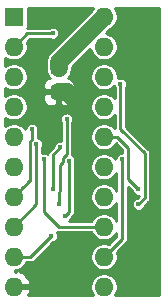
<source format=gbr>
G04 #@! TF.GenerationSoftware,KiCad,Pcbnew,(5.1.5)-3*
G04 #@! TF.CreationDate,2020-06-23T06:11:58-04:00*
G04 #@! TF.ProjectId,dip20soic573-373,64697032-3073-46f6-9963-3537332d3337,rev?*
G04 #@! TF.SameCoordinates,Original*
G04 #@! TF.FileFunction,Copper,L2,Bot*
G04 #@! TF.FilePolarity,Positive*
%FSLAX46Y46*%
G04 Gerber Fmt 4.6, Leading zero omitted, Abs format (unit mm)*
G04 Created by KiCad (PCBNEW (5.1.5)-3) date 2020-06-23 06:11:58*
%MOMM*%
%LPD*%
G04 APERTURE LIST*
%ADD10C,0.100000*%
%ADD11R,1.600000X1.600000*%
%ADD12O,1.600000X1.600000*%
%ADD13C,0.400000*%
%ADD14C,0.800000*%
%ADD15C,0.250000*%
%ADD16C,1.500000*%
%ADD17C,0.239000*%
G04 APERTURE END LIST*
G04 #@! TA.AperFunction,SMDPad,CuDef*
D10*
G36*
X110964505Y-74855204D02*
G01*
X110988773Y-74858804D01*
X111012572Y-74864765D01*
X111035671Y-74873030D01*
X111057850Y-74883520D01*
X111078893Y-74896132D01*
X111098599Y-74910747D01*
X111116777Y-74927223D01*
X111133253Y-74945401D01*
X111147868Y-74965107D01*
X111160480Y-74986150D01*
X111170970Y-75008329D01*
X111179235Y-75031428D01*
X111185196Y-75055227D01*
X111188796Y-75079495D01*
X111190000Y-75103999D01*
X111190000Y-75754001D01*
X111188796Y-75778505D01*
X111185196Y-75802773D01*
X111179235Y-75826572D01*
X111170970Y-75849671D01*
X111160480Y-75871850D01*
X111147868Y-75892893D01*
X111133253Y-75912599D01*
X111116777Y-75930777D01*
X111098599Y-75947253D01*
X111078893Y-75961868D01*
X111057850Y-75974480D01*
X111035671Y-75984970D01*
X111012572Y-75993235D01*
X110988773Y-75999196D01*
X110964505Y-76002796D01*
X110940001Y-76004000D01*
X110039999Y-76004000D01*
X110015495Y-76002796D01*
X109991227Y-75999196D01*
X109967428Y-75993235D01*
X109944329Y-75984970D01*
X109922150Y-75974480D01*
X109901107Y-75961868D01*
X109881401Y-75947253D01*
X109863223Y-75930777D01*
X109846747Y-75912599D01*
X109832132Y-75892893D01*
X109819520Y-75871850D01*
X109809030Y-75849671D01*
X109800765Y-75826572D01*
X109794804Y-75802773D01*
X109791204Y-75778505D01*
X109790000Y-75754001D01*
X109790000Y-75103999D01*
X109791204Y-75079495D01*
X109794804Y-75055227D01*
X109800765Y-75031428D01*
X109809030Y-75008329D01*
X109819520Y-74986150D01*
X109832132Y-74965107D01*
X109846747Y-74945401D01*
X109863223Y-74927223D01*
X109881401Y-74910747D01*
X109901107Y-74896132D01*
X109922150Y-74883520D01*
X109944329Y-74873030D01*
X109967428Y-74864765D01*
X109991227Y-74858804D01*
X110015495Y-74855204D01*
X110039999Y-74854000D01*
X110940001Y-74854000D01*
X110964505Y-74855204D01*
G37*
G04 #@! TD.AperFunction*
G04 #@! TA.AperFunction,SMDPad,CuDef*
G36*
X110964505Y-76905204D02*
G01*
X110988773Y-76908804D01*
X111012572Y-76914765D01*
X111035671Y-76923030D01*
X111057850Y-76933520D01*
X111078893Y-76946132D01*
X111098599Y-76960747D01*
X111116777Y-76977223D01*
X111133253Y-76995401D01*
X111147868Y-77015107D01*
X111160480Y-77036150D01*
X111170970Y-77058329D01*
X111179235Y-77081428D01*
X111185196Y-77105227D01*
X111188796Y-77129495D01*
X111190000Y-77153999D01*
X111190000Y-77804001D01*
X111188796Y-77828505D01*
X111185196Y-77852773D01*
X111179235Y-77876572D01*
X111170970Y-77899671D01*
X111160480Y-77921850D01*
X111147868Y-77942893D01*
X111133253Y-77962599D01*
X111116777Y-77980777D01*
X111098599Y-77997253D01*
X111078893Y-78011868D01*
X111057850Y-78024480D01*
X111035671Y-78034970D01*
X111012572Y-78043235D01*
X110988773Y-78049196D01*
X110964505Y-78052796D01*
X110940001Y-78054000D01*
X110039999Y-78054000D01*
X110015495Y-78052796D01*
X109991227Y-78049196D01*
X109967428Y-78043235D01*
X109944329Y-78034970D01*
X109922150Y-78024480D01*
X109901107Y-78011868D01*
X109881401Y-77997253D01*
X109863223Y-77980777D01*
X109846747Y-77962599D01*
X109832132Y-77942893D01*
X109819520Y-77921850D01*
X109809030Y-77899671D01*
X109800765Y-77876572D01*
X109794804Y-77852773D01*
X109791204Y-77828505D01*
X109790000Y-77804001D01*
X109790000Y-77153999D01*
X109791204Y-77129495D01*
X109794804Y-77105227D01*
X109800765Y-77081428D01*
X109809030Y-77058329D01*
X109819520Y-77036150D01*
X109832132Y-77015107D01*
X109846747Y-76995401D01*
X109863223Y-76977223D01*
X109881401Y-76960747D01*
X109901107Y-76946132D01*
X109922150Y-76933520D01*
X109944329Y-76923030D01*
X109967428Y-76914765D01*
X109991227Y-76908804D01*
X110015495Y-76905204D01*
X110039999Y-76904000D01*
X110940001Y-76904000D01*
X110964505Y-76905204D01*
G37*
G04 #@! TD.AperFunction*
D11*
X106680000Y-71120000D03*
D12*
X114300000Y-93980000D03*
X106680000Y-73660000D03*
X114300000Y-91440000D03*
X106680000Y-76200000D03*
X114300000Y-88900000D03*
X106680000Y-78740000D03*
X114300000Y-86360000D03*
X106680000Y-81280000D03*
X114300000Y-83820000D03*
X106680000Y-83820000D03*
X114300000Y-81280000D03*
X106680000Y-86360000D03*
X114300000Y-78740000D03*
X106680000Y-88900000D03*
X114300000Y-76200000D03*
X106680000Y-91440000D03*
X114300000Y-73660000D03*
X106680000Y-93980000D03*
X114300000Y-71120000D03*
D13*
X109982000Y-72517000D03*
X111379000Y-83312000D03*
X110998000Y-88011000D03*
X109855000Y-89662000D03*
X115824000Y-83185000D03*
X109220000Y-83185000D03*
X108204000Y-80645000D03*
D14*
X112549999Y-86233000D03*
X112549999Y-87200001D03*
X117983000Y-71501000D03*
X110490000Y-71374000D03*
X118364000Y-94107000D03*
X107950000Y-74930000D03*
D13*
X117221000Y-85725000D03*
X109982000Y-85725000D03*
X110617000Y-82169000D03*
X108585000Y-81915000D03*
X110490000Y-86995000D03*
X111142001Y-79773001D03*
X117221000Y-86995000D03*
X115697000Y-76835000D03*
D15*
X107823000Y-72517000D02*
X106680000Y-73660000D01*
X109982000Y-72517000D02*
X107823000Y-72517000D01*
X111379000Y-83312000D02*
X111379000Y-87630000D01*
X111379000Y-87630000D02*
X110998000Y-88011000D01*
X110998000Y-88011000D02*
X110998000Y-88011000D01*
X108077000Y-91440000D02*
X106680000Y-91440000D01*
X109855000Y-89662000D02*
X108077000Y-91440000D01*
X115824000Y-89916000D02*
X114300000Y-91440000D01*
X115824000Y-83185000D02*
X115824000Y-89916000D01*
X110490000Y-88900000D02*
X114300000Y-88900000D01*
X109220000Y-83185000D02*
X109220000Y-87630000D01*
X109220000Y-87630000D02*
X110490000Y-88900000D01*
D16*
X110490000Y-74930000D02*
X114300000Y-71120000D01*
X110490000Y-75429000D02*
X110490000Y-74930000D01*
D15*
X108004001Y-85035999D02*
X107479999Y-85560001D01*
X107479999Y-85560001D02*
X106680000Y-86360000D01*
X108059999Y-81662999D02*
X108059999Y-84980001D01*
X108204000Y-80645000D02*
X108204000Y-81518998D01*
X108059999Y-84980001D02*
X106680000Y-86360000D01*
X108204000Y-81518998D02*
X108059999Y-81662999D01*
D16*
X111190000Y-77479000D02*
X110490000Y-77479000D01*
X112549999Y-78838999D02*
X111190000Y-77479000D01*
X112549999Y-87200001D02*
X112549999Y-78838999D01*
D15*
X116349001Y-82197631D02*
X116349001Y-84853001D01*
X114300000Y-81280000D02*
X115431370Y-81280000D01*
X116349001Y-84853001D02*
X117221000Y-85725000D01*
X115431370Y-81280000D02*
X116349001Y-82197631D01*
X109982000Y-85725000D02*
X109982000Y-82804000D01*
X109982000Y-82804000D02*
X110617000Y-82169000D01*
X110617000Y-82169000D02*
X110617000Y-82169000D01*
X108585000Y-86995000D02*
X106680000Y-88900000D01*
X108585000Y-81915000D02*
X108585000Y-86995000D01*
X110490000Y-85994002D02*
X110617000Y-85867002D01*
X110490000Y-86995000D02*
X110490000Y-85994002D01*
X110853999Y-83456001D02*
X110853999Y-83059999D01*
X110617000Y-85867002D02*
X110617000Y-83693000D01*
X110617000Y-83693000D02*
X110853999Y-83456001D01*
X111142001Y-82771997D02*
X111142001Y-79773001D01*
X110853999Y-83059999D02*
X111142001Y-82771997D01*
X111142001Y-79773001D02*
X111142001Y-79773001D01*
X117746001Y-86469999D02*
X117746001Y-82694001D01*
X117221000Y-86995000D02*
X117746001Y-86469999D01*
X117746001Y-82694001D02*
X115697000Y-80645000D01*
X115697000Y-80645000D02*
X115697000Y-76835000D01*
X115697000Y-76835000D02*
X115697000Y-76835000D01*
D17*
G36*
X113273351Y-70571245D02*
G01*
X113267872Y-70584472D01*
X109744679Y-74107667D01*
X109702381Y-74142380D01*
X109563858Y-74311171D01*
X109460925Y-74503743D01*
X109397540Y-74712696D01*
X109381500Y-74875550D01*
X109381500Y-74875557D01*
X109376138Y-74930000D01*
X109381500Y-74984443D01*
X109381500Y-75483449D01*
X109397540Y-75646303D01*
X109429766Y-75752538D01*
X109429766Y-75754001D01*
X109441491Y-75873052D01*
X109476217Y-75987527D01*
X109532609Y-76093028D01*
X109608499Y-76185501D01*
X109700972Y-76261391D01*
X109733897Y-76278990D01*
X109666989Y-76285580D01*
X109548704Y-76321461D01*
X109439693Y-76379728D01*
X109344144Y-76458144D01*
X109265728Y-76553693D01*
X109207461Y-76662704D01*
X109171580Y-76780989D01*
X109159464Y-76904000D01*
X109162500Y-77187625D01*
X109319375Y-77344500D01*
X110355500Y-77344500D01*
X110355500Y-77324500D01*
X110624500Y-77324500D01*
X110624500Y-77344500D01*
X111660625Y-77344500D01*
X111817500Y-77187625D01*
X111820536Y-76904000D01*
X111808420Y-76780989D01*
X111772539Y-76662704D01*
X111714272Y-76553693D01*
X111635856Y-76458144D01*
X111540307Y-76379728D01*
X111431296Y-76321461D01*
X111313011Y-76285580D01*
X111246103Y-76278990D01*
X111279028Y-76261391D01*
X111371501Y-76185501D01*
X111447391Y-76093028D01*
X111503783Y-75987527D01*
X111538509Y-75873052D01*
X111550234Y-75754001D01*
X111550234Y-75752539D01*
X111582460Y-75646304D01*
X111598500Y-75483450D01*
X111598500Y-75389154D01*
X113153454Y-73834201D01*
X113186021Y-73997922D01*
X113273351Y-74208755D01*
X113400135Y-74398500D01*
X113561500Y-74559865D01*
X113751245Y-74686649D01*
X113962078Y-74773979D01*
X114185898Y-74818500D01*
X114414102Y-74818500D01*
X114637922Y-74773979D01*
X114848755Y-74686649D01*
X115038500Y-74559865D01*
X115199865Y-74398500D01*
X115326649Y-74208755D01*
X115413979Y-73997922D01*
X115458500Y-73774102D01*
X115458500Y-73545898D01*
X115413979Y-73322078D01*
X115326649Y-73111245D01*
X115199865Y-72921500D01*
X115038500Y-72760135D01*
X114848755Y-72633351D01*
X114637922Y-72546021D01*
X114474201Y-72513455D01*
X114835528Y-72152128D01*
X114848755Y-72146649D01*
X115038500Y-72019865D01*
X115199865Y-71858500D01*
X115326649Y-71668755D01*
X115413979Y-71457922D01*
X115458500Y-71234102D01*
X115458500Y-71005898D01*
X115413979Y-70782078D01*
X115326649Y-70571245D01*
X115209220Y-70395500D01*
X118961501Y-70395500D01*
X118961500Y-94704500D01*
X115209220Y-94704500D01*
X115326649Y-94528755D01*
X115413979Y-94317922D01*
X115458500Y-94094102D01*
X115458500Y-93865898D01*
X115413979Y-93642078D01*
X115326649Y-93431245D01*
X115199865Y-93241500D01*
X115038500Y-93080135D01*
X114848755Y-92953351D01*
X114637922Y-92866021D01*
X114414102Y-92821500D01*
X114185898Y-92821500D01*
X113962078Y-92866021D01*
X113751245Y-92953351D01*
X113561500Y-93080135D01*
X113400135Y-93241500D01*
X113273351Y-93431245D01*
X113186021Y-93642078D01*
X113141500Y-93865898D01*
X113141500Y-94094102D01*
X113186021Y-94317922D01*
X113273351Y-94528755D01*
X113390780Y-94704500D01*
X107909738Y-94704500D01*
X108026922Y-94452836D01*
X108062613Y-94335161D01*
X107943486Y-94114500D01*
X106814500Y-94114500D01*
X106814500Y-94134500D01*
X106545500Y-94134500D01*
X106545500Y-94114500D01*
X106525500Y-94114500D01*
X106525500Y-93845500D01*
X106545500Y-93845500D01*
X106545500Y-93825500D01*
X106814500Y-93825500D01*
X106814500Y-93845500D01*
X107943486Y-93845500D01*
X108062613Y-93624839D01*
X108026922Y-93507164D01*
X107908796Y-93253478D01*
X107743448Y-93027712D01*
X107537232Y-92838542D01*
X107298073Y-92693237D01*
X107035162Y-92597382D01*
X106814502Y-92715719D01*
X106814502Y-92594442D01*
X107017922Y-92553979D01*
X107228755Y-92466649D01*
X107418500Y-92339865D01*
X107579865Y-92178500D01*
X107706649Y-91988755D01*
X107733679Y-91923500D01*
X108053261Y-91923500D01*
X108077000Y-91925838D01*
X108100739Y-91923500D01*
X108100749Y-91923500D01*
X108171782Y-91916504D01*
X108262923Y-91888857D01*
X108346918Y-91843960D01*
X108420540Y-91783540D01*
X108435679Y-91765093D01*
X109997719Y-90203053D01*
X110017908Y-90199037D01*
X110119549Y-90156936D01*
X110211023Y-90095815D01*
X110288815Y-90018023D01*
X110349936Y-89926549D01*
X110392037Y-89824908D01*
X110413500Y-89717007D01*
X110413500Y-89606993D01*
X110392037Y-89499092D01*
X110349936Y-89397451D01*
X110320870Y-89353951D01*
X110395218Y-89376504D01*
X110466251Y-89383500D01*
X110466260Y-89383500D01*
X110489999Y-89385838D01*
X110513738Y-89383500D01*
X113246321Y-89383500D01*
X113273351Y-89448755D01*
X113400135Y-89638500D01*
X113561500Y-89799865D01*
X113751245Y-89926649D01*
X113962078Y-90013979D01*
X114185898Y-90058500D01*
X114414102Y-90058500D01*
X114637922Y-90013979D01*
X114848755Y-89926649D01*
X115038500Y-89799865D01*
X115199865Y-89638500D01*
X115326649Y-89448755D01*
X115340501Y-89415314D01*
X115340501Y-89715727D01*
X114703177Y-90353051D01*
X114637922Y-90326021D01*
X114414102Y-90281500D01*
X114185898Y-90281500D01*
X113962078Y-90326021D01*
X113751245Y-90413351D01*
X113561500Y-90540135D01*
X113400135Y-90701500D01*
X113273351Y-90891245D01*
X113186021Y-91102078D01*
X113141500Y-91325898D01*
X113141500Y-91554102D01*
X113186021Y-91777922D01*
X113273351Y-91988755D01*
X113400135Y-92178500D01*
X113561500Y-92339865D01*
X113751245Y-92466649D01*
X113962078Y-92553979D01*
X114185898Y-92598500D01*
X114414102Y-92598500D01*
X114637922Y-92553979D01*
X114848755Y-92466649D01*
X115038500Y-92339865D01*
X115199865Y-92178500D01*
X115326649Y-91988755D01*
X115413979Y-91777922D01*
X115458500Y-91554102D01*
X115458500Y-91325898D01*
X115413979Y-91102078D01*
X115386949Y-91036823D01*
X116149093Y-90274679D01*
X116167540Y-90259540D01*
X116227960Y-90185918D01*
X116272857Y-90101923D01*
X116300504Y-90010782D01*
X116307500Y-89939749D01*
X116307500Y-89939740D01*
X116309838Y-89916001D01*
X116307500Y-89892262D01*
X116307500Y-85495272D01*
X116679947Y-85867719D01*
X116683963Y-85887908D01*
X116726064Y-85989549D01*
X116787185Y-86081023D01*
X116864977Y-86158815D01*
X116956451Y-86219936D01*
X117058092Y-86262037D01*
X117165993Y-86283500D01*
X117248728Y-86283500D01*
X117078281Y-86453947D01*
X117058092Y-86457963D01*
X116956451Y-86500064D01*
X116864977Y-86561185D01*
X116787185Y-86638977D01*
X116726064Y-86730451D01*
X116683963Y-86832092D01*
X116662500Y-86939993D01*
X116662500Y-87050007D01*
X116683963Y-87157908D01*
X116726064Y-87259549D01*
X116787185Y-87351023D01*
X116864977Y-87428815D01*
X116956451Y-87489936D01*
X117058092Y-87532037D01*
X117165993Y-87553500D01*
X117276007Y-87553500D01*
X117383908Y-87532037D01*
X117485549Y-87489936D01*
X117577023Y-87428815D01*
X117654815Y-87351023D01*
X117715936Y-87259549D01*
X117758037Y-87157908D01*
X117762053Y-87137719D01*
X118071094Y-86828678D01*
X118089541Y-86813539D01*
X118149961Y-86739917D01*
X118194858Y-86655922D01*
X118222505Y-86564781D01*
X118229501Y-86493748D01*
X118229501Y-86493747D01*
X118231840Y-86469999D01*
X118229501Y-86446250D01*
X118229501Y-82717739D01*
X118231839Y-82694000D01*
X118229501Y-82670261D01*
X118229501Y-82670252D01*
X118222505Y-82599219D01*
X118194858Y-82508078D01*
X118179266Y-82478907D01*
X118149961Y-82424082D01*
X118104680Y-82368907D01*
X118104676Y-82368903D01*
X118089541Y-82350461D01*
X118071099Y-82335326D01*
X116180500Y-80444728D01*
X116180500Y-77116664D01*
X116191936Y-77099549D01*
X116234037Y-76997908D01*
X116255500Y-76890007D01*
X116255500Y-76779993D01*
X116234037Y-76672092D01*
X116191936Y-76570451D01*
X116130815Y-76478977D01*
X116053023Y-76401185D01*
X115961549Y-76340064D01*
X115859908Y-76297963D01*
X115752007Y-76276500D01*
X115641993Y-76276500D01*
X115534092Y-76297963D01*
X115455211Y-76330636D01*
X115458500Y-76314102D01*
X115458500Y-76085898D01*
X115413979Y-75862078D01*
X115326649Y-75651245D01*
X115199865Y-75461500D01*
X115038500Y-75300135D01*
X114848755Y-75173351D01*
X114637922Y-75086021D01*
X114414102Y-75041500D01*
X114185898Y-75041500D01*
X113962078Y-75086021D01*
X113751245Y-75173351D01*
X113561500Y-75300135D01*
X113400135Y-75461500D01*
X113273351Y-75651245D01*
X113186021Y-75862078D01*
X113141500Y-76085898D01*
X113141500Y-76314102D01*
X113186021Y-76537922D01*
X113273351Y-76748755D01*
X113400135Y-76938500D01*
X113561500Y-77099865D01*
X113751245Y-77226649D01*
X113962078Y-77313979D01*
X114185898Y-77358500D01*
X114414102Y-77358500D01*
X114637922Y-77313979D01*
X114848755Y-77226649D01*
X115038500Y-77099865D01*
X115156727Y-76981638D01*
X115159963Y-76997908D01*
X115202064Y-77099549D01*
X115213501Y-77116666D01*
X115213501Y-78021907D01*
X115199865Y-78001500D01*
X115038500Y-77840135D01*
X114848755Y-77713351D01*
X114637922Y-77626021D01*
X114414102Y-77581500D01*
X114185898Y-77581500D01*
X113962078Y-77626021D01*
X113751245Y-77713351D01*
X113561500Y-77840135D01*
X113400135Y-78001500D01*
X113273351Y-78191245D01*
X113186021Y-78402078D01*
X113141500Y-78625898D01*
X113141500Y-78854102D01*
X113186021Y-79077922D01*
X113273351Y-79288755D01*
X113400135Y-79478500D01*
X113561500Y-79639865D01*
X113751245Y-79766649D01*
X113962078Y-79853979D01*
X114185898Y-79898500D01*
X114414102Y-79898500D01*
X114637922Y-79853979D01*
X114848755Y-79766649D01*
X115038500Y-79639865D01*
X115199865Y-79478500D01*
X115213500Y-79458093D01*
X115213500Y-80561906D01*
X115199865Y-80541500D01*
X115038500Y-80380135D01*
X114848755Y-80253351D01*
X114637922Y-80166021D01*
X114414102Y-80121500D01*
X114185898Y-80121500D01*
X113962078Y-80166021D01*
X113751245Y-80253351D01*
X113561500Y-80380135D01*
X113400135Y-80541500D01*
X113273351Y-80731245D01*
X113186021Y-80942078D01*
X113141500Y-81165898D01*
X113141500Y-81394102D01*
X113186021Y-81617922D01*
X113273351Y-81828755D01*
X113400135Y-82018500D01*
X113561500Y-82179865D01*
X113751245Y-82306649D01*
X113962078Y-82393979D01*
X114185898Y-82438500D01*
X114414102Y-82438500D01*
X114637922Y-82393979D01*
X114848755Y-82306649D01*
X115038500Y-82179865D01*
X115199865Y-82018500D01*
X115314514Y-81846916D01*
X115865501Y-82397904D01*
X115865501Y-82626500D01*
X115768993Y-82626500D01*
X115661092Y-82647963D01*
X115559451Y-82690064D01*
X115467977Y-82751185D01*
X115390185Y-82828977D01*
X115329064Y-82920451D01*
X115286963Y-83022092D01*
X115265500Y-83129993D01*
X115265500Y-83179729D01*
X115199865Y-83081500D01*
X115038500Y-82920135D01*
X114848755Y-82793351D01*
X114637922Y-82706021D01*
X114414102Y-82661500D01*
X114185898Y-82661500D01*
X113962078Y-82706021D01*
X113751245Y-82793351D01*
X113561500Y-82920135D01*
X113400135Y-83081500D01*
X113273351Y-83271245D01*
X113186021Y-83482078D01*
X113141500Y-83705898D01*
X113141500Y-83934102D01*
X113186021Y-84157922D01*
X113273351Y-84368755D01*
X113400135Y-84558500D01*
X113561500Y-84719865D01*
X113751245Y-84846649D01*
X113962078Y-84933979D01*
X114185898Y-84978500D01*
X114414102Y-84978500D01*
X114637922Y-84933979D01*
X114848755Y-84846649D01*
X115038500Y-84719865D01*
X115199865Y-84558500D01*
X115326649Y-84368755D01*
X115340500Y-84335315D01*
X115340500Y-85844685D01*
X115326649Y-85811245D01*
X115199865Y-85621500D01*
X115038500Y-85460135D01*
X114848755Y-85333351D01*
X114637922Y-85246021D01*
X114414102Y-85201500D01*
X114185898Y-85201500D01*
X113962078Y-85246021D01*
X113751245Y-85333351D01*
X113561500Y-85460135D01*
X113400135Y-85621500D01*
X113273351Y-85811245D01*
X113186021Y-86022078D01*
X113141500Y-86245898D01*
X113141500Y-86474102D01*
X113186021Y-86697922D01*
X113273351Y-86908755D01*
X113400135Y-87098500D01*
X113561500Y-87259865D01*
X113751245Y-87386649D01*
X113962078Y-87473979D01*
X114185898Y-87518500D01*
X114414102Y-87518500D01*
X114637922Y-87473979D01*
X114848755Y-87386649D01*
X115038500Y-87259865D01*
X115199865Y-87098500D01*
X115326649Y-86908755D01*
X115340501Y-86875314D01*
X115340501Y-88384686D01*
X115326649Y-88351245D01*
X115199865Y-88161500D01*
X115038500Y-88000135D01*
X114848755Y-87873351D01*
X114637922Y-87786021D01*
X114414102Y-87741500D01*
X114185898Y-87741500D01*
X113962078Y-87786021D01*
X113751245Y-87873351D01*
X113561500Y-88000135D01*
X113400135Y-88161500D01*
X113273351Y-88351245D01*
X113246321Y-88416500D01*
X111382338Y-88416500D01*
X111431815Y-88367023D01*
X111492936Y-88275549D01*
X111535037Y-88173908D01*
X111539053Y-88153719D01*
X111704093Y-87988679D01*
X111722540Y-87973540D01*
X111782960Y-87899918D01*
X111827857Y-87815923D01*
X111855504Y-87724782D01*
X111862500Y-87653749D01*
X111862500Y-87653740D01*
X111864838Y-87630001D01*
X111862500Y-87606262D01*
X111862500Y-83593664D01*
X111873936Y-83576549D01*
X111916037Y-83474908D01*
X111937500Y-83367007D01*
X111937500Y-83256993D01*
X111916037Y-83149092D01*
X111873936Y-83047451D01*
X111812815Y-82955977D01*
X111735023Y-82878185D01*
X111643549Y-82817064D01*
X111624191Y-82809046D01*
X111625501Y-82795746D01*
X111625501Y-82795737D01*
X111627839Y-82771998D01*
X111625501Y-82748259D01*
X111625501Y-80054665D01*
X111636937Y-80037550D01*
X111679038Y-79935909D01*
X111700501Y-79828008D01*
X111700501Y-79717994D01*
X111679038Y-79610093D01*
X111636937Y-79508452D01*
X111575816Y-79416978D01*
X111498024Y-79339186D01*
X111406550Y-79278065D01*
X111304909Y-79235964D01*
X111197008Y-79214501D01*
X111086994Y-79214501D01*
X110979093Y-79235964D01*
X110877452Y-79278065D01*
X110785978Y-79339186D01*
X110708186Y-79416978D01*
X110647065Y-79508452D01*
X110604964Y-79610093D01*
X110583501Y-79717994D01*
X110583501Y-79828008D01*
X110604964Y-79935909D01*
X110647065Y-80037550D01*
X110658502Y-80054667D01*
X110658501Y-81610500D01*
X110561993Y-81610500D01*
X110454092Y-81631963D01*
X110352451Y-81674064D01*
X110260977Y-81735185D01*
X110183185Y-81812977D01*
X110122064Y-81904451D01*
X110079963Y-82006092D01*
X110075947Y-82026281D01*
X109656903Y-82445325D01*
X109638461Y-82460460D01*
X109623326Y-82478902D01*
X109623321Y-82478907D01*
X109578040Y-82534082D01*
X109533143Y-82618078D01*
X109506798Y-82704930D01*
X109484549Y-82690064D01*
X109382908Y-82647963D01*
X109275007Y-82626500D01*
X109164993Y-82626500D01*
X109068500Y-82645694D01*
X109068500Y-82196664D01*
X109079936Y-82179549D01*
X109122037Y-82077908D01*
X109143500Y-81970007D01*
X109143500Y-81859993D01*
X109122037Y-81752092D01*
X109079936Y-81650451D01*
X109018815Y-81558977D01*
X108941023Y-81481185D01*
X108849549Y-81420064D01*
X108747908Y-81377963D01*
X108687500Y-81365947D01*
X108687500Y-80926664D01*
X108698936Y-80909549D01*
X108741037Y-80807908D01*
X108762500Y-80700007D01*
X108762500Y-80589993D01*
X108741037Y-80482092D01*
X108698936Y-80380451D01*
X108637815Y-80288977D01*
X108560023Y-80211185D01*
X108468549Y-80150064D01*
X108366908Y-80107963D01*
X108259007Y-80086500D01*
X108148993Y-80086500D01*
X108041092Y-80107963D01*
X107939451Y-80150064D01*
X107847977Y-80211185D01*
X107770185Y-80288977D01*
X107709064Y-80380451D01*
X107666963Y-80482092D01*
X107645500Y-80589993D01*
X107645500Y-80639729D01*
X107579865Y-80541500D01*
X107418500Y-80380135D01*
X107228755Y-80253351D01*
X107017922Y-80166021D01*
X106794102Y-80121500D01*
X106565898Y-80121500D01*
X106342078Y-80166021D01*
X106131245Y-80253351D01*
X105955500Y-80370780D01*
X105955500Y-79649220D01*
X106131245Y-79766649D01*
X106342078Y-79853979D01*
X106565898Y-79898500D01*
X106794102Y-79898500D01*
X107017922Y-79853979D01*
X107228755Y-79766649D01*
X107418500Y-79639865D01*
X107579865Y-79478500D01*
X107706649Y-79288755D01*
X107793979Y-79077922D01*
X107838500Y-78854102D01*
X107838500Y-78625898D01*
X107793979Y-78402078D01*
X107706649Y-78191245D01*
X107614945Y-78054000D01*
X109159464Y-78054000D01*
X109171580Y-78177011D01*
X109207461Y-78295296D01*
X109265728Y-78404307D01*
X109344144Y-78499856D01*
X109439693Y-78578272D01*
X109548704Y-78636539D01*
X109666989Y-78672420D01*
X109790000Y-78684536D01*
X110198625Y-78681500D01*
X110355500Y-78524625D01*
X110355500Y-77613500D01*
X110624500Y-77613500D01*
X110624500Y-78524625D01*
X110781375Y-78681500D01*
X111190000Y-78684536D01*
X111313011Y-78672420D01*
X111431296Y-78636539D01*
X111540307Y-78578272D01*
X111635856Y-78499856D01*
X111714272Y-78404307D01*
X111772539Y-78295296D01*
X111808420Y-78177011D01*
X111820536Y-78054000D01*
X111817500Y-77770375D01*
X111660625Y-77613500D01*
X110624500Y-77613500D01*
X110355500Y-77613500D01*
X109319375Y-77613500D01*
X109162500Y-77770375D01*
X109159464Y-78054000D01*
X107614945Y-78054000D01*
X107579865Y-78001500D01*
X107418500Y-77840135D01*
X107228755Y-77713351D01*
X107017922Y-77626021D01*
X106794102Y-77581500D01*
X106565898Y-77581500D01*
X106342078Y-77626021D01*
X106131245Y-77713351D01*
X105955500Y-77830780D01*
X105955500Y-77109220D01*
X106131245Y-77226649D01*
X106342078Y-77313979D01*
X106565898Y-77358500D01*
X106794102Y-77358500D01*
X107017922Y-77313979D01*
X107228755Y-77226649D01*
X107418500Y-77099865D01*
X107579865Y-76938500D01*
X107706649Y-76748755D01*
X107793979Y-76537922D01*
X107838500Y-76314102D01*
X107838500Y-76085898D01*
X107793979Y-75862078D01*
X107706649Y-75651245D01*
X107579865Y-75461500D01*
X107418500Y-75300135D01*
X107228755Y-75173351D01*
X107017922Y-75086021D01*
X106794102Y-75041500D01*
X106565898Y-75041500D01*
X106342078Y-75086021D01*
X106131245Y-75173351D01*
X105955500Y-75290780D01*
X105955500Y-74569220D01*
X106131245Y-74686649D01*
X106342078Y-74773979D01*
X106565898Y-74818500D01*
X106794102Y-74818500D01*
X107017922Y-74773979D01*
X107228755Y-74686649D01*
X107418500Y-74559865D01*
X107579865Y-74398500D01*
X107706649Y-74208755D01*
X107793979Y-73997922D01*
X107838500Y-73774102D01*
X107838500Y-73545898D01*
X107793979Y-73322078D01*
X107766950Y-73256823D01*
X108023273Y-73000500D01*
X109700336Y-73000500D01*
X109717451Y-73011936D01*
X109819092Y-73054037D01*
X109926993Y-73075500D01*
X110037007Y-73075500D01*
X110144908Y-73054037D01*
X110246549Y-73011936D01*
X110338023Y-72950815D01*
X110415815Y-72873023D01*
X110476936Y-72781549D01*
X110519037Y-72679908D01*
X110540500Y-72572007D01*
X110540500Y-72461993D01*
X110519037Y-72354092D01*
X110476936Y-72252451D01*
X110415815Y-72160977D01*
X110338023Y-72083185D01*
X110246549Y-72022064D01*
X110144908Y-71979963D01*
X110037007Y-71958500D01*
X109926993Y-71958500D01*
X109819092Y-71979963D01*
X109717451Y-72022064D01*
X109700336Y-72033500D01*
X107846738Y-72033500D01*
X107822999Y-72031162D01*
X107820846Y-72031374D01*
X107833312Y-71990278D01*
X107840234Y-71920000D01*
X107840234Y-70395500D01*
X113390780Y-70395500D01*
X113273351Y-70571245D01*
G37*
X113273351Y-70571245D02*
X113267872Y-70584472D01*
X109744679Y-74107667D01*
X109702381Y-74142380D01*
X109563858Y-74311171D01*
X109460925Y-74503743D01*
X109397540Y-74712696D01*
X109381500Y-74875550D01*
X109381500Y-74875557D01*
X109376138Y-74930000D01*
X109381500Y-74984443D01*
X109381500Y-75483449D01*
X109397540Y-75646303D01*
X109429766Y-75752538D01*
X109429766Y-75754001D01*
X109441491Y-75873052D01*
X109476217Y-75987527D01*
X109532609Y-76093028D01*
X109608499Y-76185501D01*
X109700972Y-76261391D01*
X109733897Y-76278990D01*
X109666989Y-76285580D01*
X109548704Y-76321461D01*
X109439693Y-76379728D01*
X109344144Y-76458144D01*
X109265728Y-76553693D01*
X109207461Y-76662704D01*
X109171580Y-76780989D01*
X109159464Y-76904000D01*
X109162500Y-77187625D01*
X109319375Y-77344500D01*
X110355500Y-77344500D01*
X110355500Y-77324500D01*
X110624500Y-77324500D01*
X110624500Y-77344500D01*
X111660625Y-77344500D01*
X111817500Y-77187625D01*
X111820536Y-76904000D01*
X111808420Y-76780989D01*
X111772539Y-76662704D01*
X111714272Y-76553693D01*
X111635856Y-76458144D01*
X111540307Y-76379728D01*
X111431296Y-76321461D01*
X111313011Y-76285580D01*
X111246103Y-76278990D01*
X111279028Y-76261391D01*
X111371501Y-76185501D01*
X111447391Y-76093028D01*
X111503783Y-75987527D01*
X111538509Y-75873052D01*
X111550234Y-75754001D01*
X111550234Y-75752539D01*
X111582460Y-75646304D01*
X111598500Y-75483450D01*
X111598500Y-75389154D01*
X113153454Y-73834201D01*
X113186021Y-73997922D01*
X113273351Y-74208755D01*
X113400135Y-74398500D01*
X113561500Y-74559865D01*
X113751245Y-74686649D01*
X113962078Y-74773979D01*
X114185898Y-74818500D01*
X114414102Y-74818500D01*
X114637922Y-74773979D01*
X114848755Y-74686649D01*
X115038500Y-74559865D01*
X115199865Y-74398500D01*
X115326649Y-74208755D01*
X115413979Y-73997922D01*
X115458500Y-73774102D01*
X115458500Y-73545898D01*
X115413979Y-73322078D01*
X115326649Y-73111245D01*
X115199865Y-72921500D01*
X115038500Y-72760135D01*
X114848755Y-72633351D01*
X114637922Y-72546021D01*
X114474201Y-72513455D01*
X114835528Y-72152128D01*
X114848755Y-72146649D01*
X115038500Y-72019865D01*
X115199865Y-71858500D01*
X115326649Y-71668755D01*
X115413979Y-71457922D01*
X115458500Y-71234102D01*
X115458500Y-71005898D01*
X115413979Y-70782078D01*
X115326649Y-70571245D01*
X115209220Y-70395500D01*
X118961501Y-70395500D01*
X118961500Y-94704500D01*
X115209220Y-94704500D01*
X115326649Y-94528755D01*
X115413979Y-94317922D01*
X115458500Y-94094102D01*
X115458500Y-93865898D01*
X115413979Y-93642078D01*
X115326649Y-93431245D01*
X115199865Y-93241500D01*
X115038500Y-93080135D01*
X114848755Y-92953351D01*
X114637922Y-92866021D01*
X114414102Y-92821500D01*
X114185898Y-92821500D01*
X113962078Y-92866021D01*
X113751245Y-92953351D01*
X113561500Y-93080135D01*
X113400135Y-93241500D01*
X113273351Y-93431245D01*
X113186021Y-93642078D01*
X113141500Y-93865898D01*
X113141500Y-94094102D01*
X113186021Y-94317922D01*
X113273351Y-94528755D01*
X113390780Y-94704500D01*
X107909738Y-94704500D01*
X108026922Y-94452836D01*
X108062613Y-94335161D01*
X107943486Y-94114500D01*
X106814500Y-94114500D01*
X106814500Y-94134500D01*
X106545500Y-94134500D01*
X106545500Y-94114500D01*
X106525500Y-94114500D01*
X106525500Y-93845500D01*
X106545500Y-93845500D01*
X106545500Y-93825500D01*
X106814500Y-93825500D01*
X106814500Y-93845500D01*
X107943486Y-93845500D01*
X108062613Y-93624839D01*
X108026922Y-93507164D01*
X107908796Y-93253478D01*
X107743448Y-93027712D01*
X107537232Y-92838542D01*
X107298073Y-92693237D01*
X107035162Y-92597382D01*
X106814502Y-92715719D01*
X106814502Y-92594442D01*
X107017922Y-92553979D01*
X107228755Y-92466649D01*
X107418500Y-92339865D01*
X107579865Y-92178500D01*
X107706649Y-91988755D01*
X107733679Y-91923500D01*
X108053261Y-91923500D01*
X108077000Y-91925838D01*
X108100739Y-91923500D01*
X108100749Y-91923500D01*
X108171782Y-91916504D01*
X108262923Y-91888857D01*
X108346918Y-91843960D01*
X108420540Y-91783540D01*
X108435679Y-91765093D01*
X109997719Y-90203053D01*
X110017908Y-90199037D01*
X110119549Y-90156936D01*
X110211023Y-90095815D01*
X110288815Y-90018023D01*
X110349936Y-89926549D01*
X110392037Y-89824908D01*
X110413500Y-89717007D01*
X110413500Y-89606993D01*
X110392037Y-89499092D01*
X110349936Y-89397451D01*
X110320870Y-89353951D01*
X110395218Y-89376504D01*
X110466251Y-89383500D01*
X110466260Y-89383500D01*
X110489999Y-89385838D01*
X110513738Y-89383500D01*
X113246321Y-89383500D01*
X113273351Y-89448755D01*
X113400135Y-89638500D01*
X113561500Y-89799865D01*
X113751245Y-89926649D01*
X113962078Y-90013979D01*
X114185898Y-90058500D01*
X114414102Y-90058500D01*
X114637922Y-90013979D01*
X114848755Y-89926649D01*
X115038500Y-89799865D01*
X115199865Y-89638500D01*
X115326649Y-89448755D01*
X115340501Y-89415314D01*
X115340501Y-89715727D01*
X114703177Y-90353051D01*
X114637922Y-90326021D01*
X114414102Y-90281500D01*
X114185898Y-90281500D01*
X113962078Y-90326021D01*
X113751245Y-90413351D01*
X113561500Y-90540135D01*
X113400135Y-90701500D01*
X113273351Y-90891245D01*
X113186021Y-91102078D01*
X113141500Y-91325898D01*
X113141500Y-91554102D01*
X113186021Y-91777922D01*
X113273351Y-91988755D01*
X113400135Y-92178500D01*
X113561500Y-92339865D01*
X113751245Y-92466649D01*
X113962078Y-92553979D01*
X114185898Y-92598500D01*
X114414102Y-92598500D01*
X114637922Y-92553979D01*
X114848755Y-92466649D01*
X115038500Y-92339865D01*
X115199865Y-92178500D01*
X115326649Y-91988755D01*
X115413979Y-91777922D01*
X115458500Y-91554102D01*
X115458500Y-91325898D01*
X115413979Y-91102078D01*
X115386949Y-91036823D01*
X116149093Y-90274679D01*
X116167540Y-90259540D01*
X116227960Y-90185918D01*
X116272857Y-90101923D01*
X116300504Y-90010782D01*
X116307500Y-89939749D01*
X116307500Y-89939740D01*
X116309838Y-89916001D01*
X116307500Y-89892262D01*
X116307500Y-85495272D01*
X116679947Y-85867719D01*
X116683963Y-85887908D01*
X116726064Y-85989549D01*
X116787185Y-86081023D01*
X116864977Y-86158815D01*
X116956451Y-86219936D01*
X117058092Y-86262037D01*
X117165993Y-86283500D01*
X117248728Y-86283500D01*
X117078281Y-86453947D01*
X117058092Y-86457963D01*
X116956451Y-86500064D01*
X116864977Y-86561185D01*
X116787185Y-86638977D01*
X116726064Y-86730451D01*
X116683963Y-86832092D01*
X116662500Y-86939993D01*
X116662500Y-87050007D01*
X116683963Y-87157908D01*
X116726064Y-87259549D01*
X116787185Y-87351023D01*
X116864977Y-87428815D01*
X116956451Y-87489936D01*
X117058092Y-87532037D01*
X117165993Y-87553500D01*
X117276007Y-87553500D01*
X117383908Y-87532037D01*
X117485549Y-87489936D01*
X117577023Y-87428815D01*
X117654815Y-87351023D01*
X117715936Y-87259549D01*
X117758037Y-87157908D01*
X117762053Y-87137719D01*
X118071094Y-86828678D01*
X118089541Y-86813539D01*
X118149961Y-86739917D01*
X118194858Y-86655922D01*
X118222505Y-86564781D01*
X118229501Y-86493748D01*
X118229501Y-86493747D01*
X118231840Y-86469999D01*
X118229501Y-86446250D01*
X118229501Y-82717739D01*
X118231839Y-82694000D01*
X118229501Y-82670261D01*
X118229501Y-82670252D01*
X118222505Y-82599219D01*
X118194858Y-82508078D01*
X118179266Y-82478907D01*
X118149961Y-82424082D01*
X118104680Y-82368907D01*
X118104676Y-82368903D01*
X118089541Y-82350461D01*
X118071099Y-82335326D01*
X116180500Y-80444728D01*
X116180500Y-77116664D01*
X116191936Y-77099549D01*
X116234037Y-76997908D01*
X116255500Y-76890007D01*
X116255500Y-76779993D01*
X116234037Y-76672092D01*
X116191936Y-76570451D01*
X116130815Y-76478977D01*
X116053023Y-76401185D01*
X115961549Y-76340064D01*
X115859908Y-76297963D01*
X115752007Y-76276500D01*
X115641993Y-76276500D01*
X115534092Y-76297963D01*
X115455211Y-76330636D01*
X115458500Y-76314102D01*
X115458500Y-76085898D01*
X115413979Y-75862078D01*
X115326649Y-75651245D01*
X115199865Y-75461500D01*
X115038500Y-75300135D01*
X114848755Y-75173351D01*
X114637922Y-75086021D01*
X114414102Y-75041500D01*
X114185898Y-75041500D01*
X113962078Y-75086021D01*
X113751245Y-75173351D01*
X113561500Y-75300135D01*
X113400135Y-75461500D01*
X113273351Y-75651245D01*
X113186021Y-75862078D01*
X113141500Y-76085898D01*
X113141500Y-76314102D01*
X113186021Y-76537922D01*
X113273351Y-76748755D01*
X113400135Y-76938500D01*
X113561500Y-77099865D01*
X113751245Y-77226649D01*
X113962078Y-77313979D01*
X114185898Y-77358500D01*
X114414102Y-77358500D01*
X114637922Y-77313979D01*
X114848755Y-77226649D01*
X115038500Y-77099865D01*
X115156727Y-76981638D01*
X115159963Y-76997908D01*
X115202064Y-77099549D01*
X115213501Y-77116666D01*
X115213501Y-78021907D01*
X115199865Y-78001500D01*
X115038500Y-77840135D01*
X114848755Y-77713351D01*
X114637922Y-77626021D01*
X114414102Y-77581500D01*
X114185898Y-77581500D01*
X113962078Y-77626021D01*
X113751245Y-77713351D01*
X113561500Y-77840135D01*
X113400135Y-78001500D01*
X113273351Y-78191245D01*
X113186021Y-78402078D01*
X113141500Y-78625898D01*
X113141500Y-78854102D01*
X113186021Y-79077922D01*
X113273351Y-79288755D01*
X113400135Y-79478500D01*
X113561500Y-79639865D01*
X113751245Y-79766649D01*
X113962078Y-79853979D01*
X114185898Y-79898500D01*
X114414102Y-79898500D01*
X114637922Y-79853979D01*
X114848755Y-79766649D01*
X115038500Y-79639865D01*
X115199865Y-79478500D01*
X115213500Y-79458093D01*
X115213500Y-80561906D01*
X115199865Y-80541500D01*
X115038500Y-80380135D01*
X114848755Y-80253351D01*
X114637922Y-80166021D01*
X114414102Y-80121500D01*
X114185898Y-80121500D01*
X113962078Y-80166021D01*
X113751245Y-80253351D01*
X113561500Y-80380135D01*
X113400135Y-80541500D01*
X113273351Y-80731245D01*
X113186021Y-80942078D01*
X113141500Y-81165898D01*
X113141500Y-81394102D01*
X113186021Y-81617922D01*
X113273351Y-81828755D01*
X113400135Y-82018500D01*
X113561500Y-82179865D01*
X113751245Y-82306649D01*
X113962078Y-82393979D01*
X114185898Y-82438500D01*
X114414102Y-82438500D01*
X114637922Y-82393979D01*
X114848755Y-82306649D01*
X115038500Y-82179865D01*
X115199865Y-82018500D01*
X115314514Y-81846916D01*
X115865501Y-82397904D01*
X115865501Y-82626500D01*
X115768993Y-82626500D01*
X115661092Y-82647963D01*
X115559451Y-82690064D01*
X115467977Y-82751185D01*
X115390185Y-82828977D01*
X115329064Y-82920451D01*
X115286963Y-83022092D01*
X115265500Y-83129993D01*
X115265500Y-83179729D01*
X115199865Y-83081500D01*
X115038500Y-82920135D01*
X114848755Y-82793351D01*
X114637922Y-82706021D01*
X114414102Y-82661500D01*
X114185898Y-82661500D01*
X113962078Y-82706021D01*
X113751245Y-82793351D01*
X113561500Y-82920135D01*
X113400135Y-83081500D01*
X113273351Y-83271245D01*
X113186021Y-83482078D01*
X113141500Y-83705898D01*
X113141500Y-83934102D01*
X113186021Y-84157922D01*
X113273351Y-84368755D01*
X113400135Y-84558500D01*
X113561500Y-84719865D01*
X113751245Y-84846649D01*
X113962078Y-84933979D01*
X114185898Y-84978500D01*
X114414102Y-84978500D01*
X114637922Y-84933979D01*
X114848755Y-84846649D01*
X115038500Y-84719865D01*
X115199865Y-84558500D01*
X115326649Y-84368755D01*
X115340500Y-84335315D01*
X115340500Y-85844685D01*
X115326649Y-85811245D01*
X115199865Y-85621500D01*
X115038500Y-85460135D01*
X114848755Y-85333351D01*
X114637922Y-85246021D01*
X114414102Y-85201500D01*
X114185898Y-85201500D01*
X113962078Y-85246021D01*
X113751245Y-85333351D01*
X113561500Y-85460135D01*
X113400135Y-85621500D01*
X113273351Y-85811245D01*
X113186021Y-86022078D01*
X113141500Y-86245898D01*
X113141500Y-86474102D01*
X113186021Y-86697922D01*
X113273351Y-86908755D01*
X113400135Y-87098500D01*
X113561500Y-87259865D01*
X113751245Y-87386649D01*
X113962078Y-87473979D01*
X114185898Y-87518500D01*
X114414102Y-87518500D01*
X114637922Y-87473979D01*
X114848755Y-87386649D01*
X115038500Y-87259865D01*
X115199865Y-87098500D01*
X115326649Y-86908755D01*
X115340501Y-86875314D01*
X115340501Y-88384686D01*
X115326649Y-88351245D01*
X115199865Y-88161500D01*
X115038500Y-88000135D01*
X114848755Y-87873351D01*
X114637922Y-87786021D01*
X114414102Y-87741500D01*
X114185898Y-87741500D01*
X113962078Y-87786021D01*
X113751245Y-87873351D01*
X113561500Y-88000135D01*
X113400135Y-88161500D01*
X113273351Y-88351245D01*
X113246321Y-88416500D01*
X111382338Y-88416500D01*
X111431815Y-88367023D01*
X111492936Y-88275549D01*
X111535037Y-88173908D01*
X111539053Y-88153719D01*
X111704093Y-87988679D01*
X111722540Y-87973540D01*
X111782960Y-87899918D01*
X111827857Y-87815923D01*
X111855504Y-87724782D01*
X111862500Y-87653749D01*
X111862500Y-87653740D01*
X111864838Y-87630001D01*
X111862500Y-87606262D01*
X111862500Y-83593664D01*
X111873936Y-83576549D01*
X111916037Y-83474908D01*
X111937500Y-83367007D01*
X111937500Y-83256993D01*
X111916037Y-83149092D01*
X111873936Y-83047451D01*
X111812815Y-82955977D01*
X111735023Y-82878185D01*
X111643549Y-82817064D01*
X111624191Y-82809046D01*
X111625501Y-82795746D01*
X111625501Y-82795737D01*
X111627839Y-82771998D01*
X111625501Y-82748259D01*
X111625501Y-80054665D01*
X111636937Y-80037550D01*
X111679038Y-79935909D01*
X111700501Y-79828008D01*
X111700501Y-79717994D01*
X111679038Y-79610093D01*
X111636937Y-79508452D01*
X111575816Y-79416978D01*
X111498024Y-79339186D01*
X111406550Y-79278065D01*
X111304909Y-79235964D01*
X111197008Y-79214501D01*
X111086994Y-79214501D01*
X110979093Y-79235964D01*
X110877452Y-79278065D01*
X110785978Y-79339186D01*
X110708186Y-79416978D01*
X110647065Y-79508452D01*
X110604964Y-79610093D01*
X110583501Y-79717994D01*
X110583501Y-79828008D01*
X110604964Y-79935909D01*
X110647065Y-80037550D01*
X110658502Y-80054667D01*
X110658501Y-81610500D01*
X110561993Y-81610500D01*
X110454092Y-81631963D01*
X110352451Y-81674064D01*
X110260977Y-81735185D01*
X110183185Y-81812977D01*
X110122064Y-81904451D01*
X110079963Y-82006092D01*
X110075947Y-82026281D01*
X109656903Y-82445325D01*
X109638461Y-82460460D01*
X109623326Y-82478902D01*
X109623321Y-82478907D01*
X109578040Y-82534082D01*
X109533143Y-82618078D01*
X109506798Y-82704930D01*
X109484549Y-82690064D01*
X109382908Y-82647963D01*
X109275007Y-82626500D01*
X109164993Y-82626500D01*
X109068500Y-82645694D01*
X109068500Y-82196664D01*
X109079936Y-82179549D01*
X109122037Y-82077908D01*
X109143500Y-81970007D01*
X109143500Y-81859993D01*
X109122037Y-81752092D01*
X109079936Y-81650451D01*
X109018815Y-81558977D01*
X108941023Y-81481185D01*
X108849549Y-81420064D01*
X108747908Y-81377963D01*
X108687500Y-81365947D01*
X108687500Y-80926664D01*
X108698936Y-80909549D01*
X108741037Y-80807908D01*
X108762500Y-80700007D01*
X108762500Y-80589993D01*
X108741037Y-80482092D01*
X108698936Y-80380451D01*
X108637815Y-80288977D01*
X108560023Y-80211185D01*
X108468549Y-80150064D01*
X108366908Y-80107963D01*
X108259007Y-80086500D01*
X108148993Y-80086500D01*
X108041092Y-80107963D01*
X107939451Y-80150064D01*
X107847977Y-80211185D01*
X107770185Y-80288977D01*
X107709064Y-80380451D01*
X107666963Y-80482092D01*
X107645500Y-80589993D01*
X107645500Y-80639729D01*
X107579865Y-80541500D01*
X107418500Y-80380135D01*
X107228755Y-80253351D01*
X107017922Y-80166021D01*
X106794102Y-80121500D01*
X106565898Y-80121500D01*
X106342078Y-80166021D01*
X106131245Y-80253351D01*
X105955500Y-80370780D01*
X105955500Y-79649220D01*
X106131245Y-79766649D01*
X106342078Y-79853979D01*
X106565898Y-79898500D01*
X106794102Y-79898500D01*
X107017922Y-79853979D01*
X107228755Y-79766649D01*
X107418500Y-79639865D01*
X107579865Y-79478500D01*
X107706649Y-79288755D01*
X107793979Y-79077922D01*
X107838500Y-78854102D01*
X107838500Y-78625898D01*
X107793979Y-78402078D01*
X107706649Y-78191245D01*
X107614945Y-78054000D01*
X109159464Y-78054000D01*
X109171580Y-78177011D01*
X109207461Y-78295296D01*
X109265728Y-78404307D01*
X109344144Y-78499856D01*
X109439693Y-78578272D01*
X109548704Y-78636539D01*
X109666989Y-78672420D01*
X109790000Y-78684536D01*
X110198625Y-78681500D01*
X110355500Y-78524625D01*
X110355500Y-77613500D01*
X110624500Y-77613500D01*
X110624500Y-78524625D01*
X110781375Y-78681500D01*
X111190000Y-78684536D01*
X111313011Y-78672420D01*
X111431296Y-78636539D01*
X111540307Y-78578272D01*
X111635856Y-78499856D01*
X111714272Y-78404307D01*
X111772539Y-78295296D01*
X111808420Y-78177011D01*
X111820536Y-78054000D01*
X111817500Y-77770375D01*
X111660625Y-77613500D01*
X110624500Y-77613500D01*
X110355500Y-77613500D01*
X109319375Y-77613500D01*
X109162500Y-77770375D01*
X109159464Y-78054000D01*
X107614945Y-78054000D01*
X107579865Y-78001500D01*
X107418500Y-77840135D01*
X107228755Y-77713351D01*
X107017922Y-77626021D01*
X106794102Y-77581500D01*
X106565898Y-77581500D01*
X106342078Y-77626021D01*
X106131245Y-77713351D01*
X105955500Y-77830780D01*
X105955500Y-77109220D01*
X106131245Y-77226649D01*
X106342078Y-77313979D01*
X106565898Y-77358500D01*
X106794102Y-77358500D01*
X107017922Y-77313979D01*
X107228755Y-77226649D01*
X107418500Y-77099865D01*
X107579865Y-76938500D01*
X107706649Y-76748755D01*
X107793979Y-76537922D01*
X107838500Y-76314102D01*
X107838500Y-76085898D01*
X107793979Y-75862078D01*
X107706649Y-75651245D01*
X107579865Y-75461500D01*
X107418500Y-75300135D01*
X107228755Y-75173351D01*
X107017922Y-75086021D01*
X106794102Y-75041500D01*
X106565898Y-75041500D01*
X106342078Y-75086021D01*
X106131245Y-75173351D01*
X105955500Y-75290780D01*
X105955500Y-74569220D01*
X106131245Y-74686649D01*
X106342078Y-74773979D01*
X106565898Y-74818500D01*
X106794102Y-74818500D01*
X107017922Y-74773979D01*
X107228755Y-74686649D01*
X107418500Y-74559865D01*
X107579865Y-74398500D01*
X107706649Y-74208755D01*
X107793979Y-73997922D01*
X107838500Y-73774102D01*
X107838500Y-73545898D01*
X107793979Y-73322078D01*
X107766950Y-73256823D01*
X108023273Y-73000500D01*
X109700336Y-73000500D01*
X109717451Y-73011936D01*
X109819092Y-73054037D01*
X109926993Y-73075500D01*
X110037007Y-73075500D01*
X110144908Y-73054037D01*
X110246549Y-73011936D01*
X110338023Y-72950815D01*
X110415815Y-72873023D01*
X110476936Y-72781549D01*
X110519037Y-72679908D01*
X110540500Y-72572007D01*
X110540500Y-72461993D01*
X110519037Y-72354092D01*
X110476936Y-72252451D01*
X110415815Y-72160977D01*
X110338023Y-72083185D01*
X110246549Y-72022064D01*
X110144908Y-71979963D01*
X110037007Y-71958500D01*
X109926993Y-71958500D01*
X109819092Y-71979963D01*
X109717451Y-72022064D01*
X109700336Y-72033500D01*
X107846738Y-72033500D01*
X107822999Y-72031162D01*
X107820846Y-72031374D01*
X107833312Y-71990278D01*
X107840234Y-71920000D01*
X107840234Y-70395500D01*
X113390780Y-70395500D01*
X113273351Y-70571245D01*
M02*

</source>
